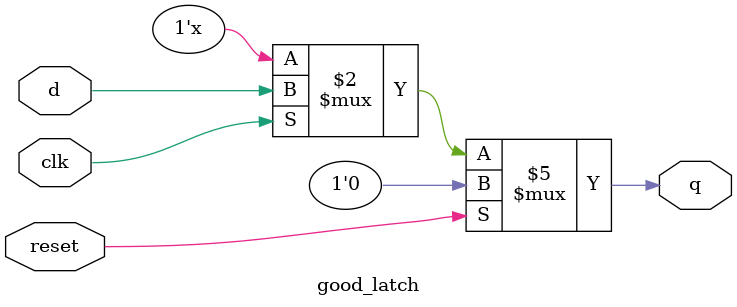
<source format=v>
module good_latch (input clk , input reset , input d , output reg q);
always @ (clk,reset,d)
begin
	if(reset)
		q <= 1'b0;
	else if(clk)
		q <= d;
end
endmodule

</source>
